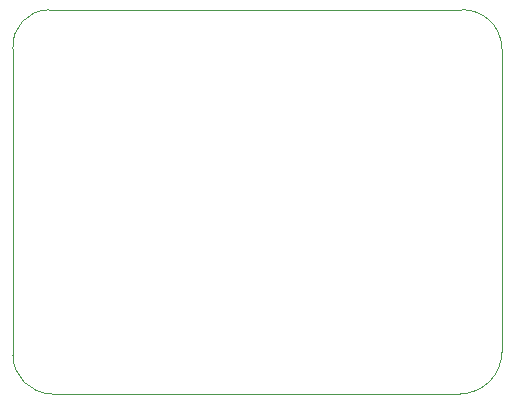
<source format=gbr>
%TF.GenerationSoftware,KiCad,Pcbnew,7.0.9*%
%TF.CreationDate,2024-01-02T09:41:29+05:30*%
%TF.ProjectId,STM32F103C8T6,53544d33-3246-4313-9033-433854362e6b,rev?*%
%TF.SameCoordinates,Original*%
%TF.FileFunction,Profile,NP*%
%FSLAX46Y46*%
G04 Gerber Fmt 4.6, Leading zero omitted, Abs format (unit mm)*
G04 Created by KiCad (PCBNEW 7.0.9) date 2024-01-02 09:41:29*
%MOMM*%
%LPD*%
G01*
G04 APERTURE LIST*
%TA.AperFunction,Profile*%
%ADD10C,0.100000*%
%TD*%
G04 APERTURE END LIST*
D10*
X91445907Y-77762397D02*
X61219907Y-77762397D01*
X53856978Y-81005771D02*
X53848000Y-106934000D01*
X91694000Y-110236000D02*
G75*
G03*
X95250000Y-106680000I0J3556000D01*
G01*
X53848000Y-106934000D02*
G75*
G03*
X57150000Y-110236000I3302000J0D01*
G01*
X95250000Y-106680000D02*
X95250000Y-81026000D01*
X61219907Y-77762397D02*
X56896000Y-77724000D01*
X56896000Y-77724001D02*
G75*
G03*
X53856979Y-81005771I0J-3047999D01*
G01*
X95249999Y-81026000D02*
G75*
G03*
X91445907Y-77762398I-3301999J0D01*
G01*
X57150000Y-110236000D02*
X91694000Y-110236000D01*
M02*

</source>
